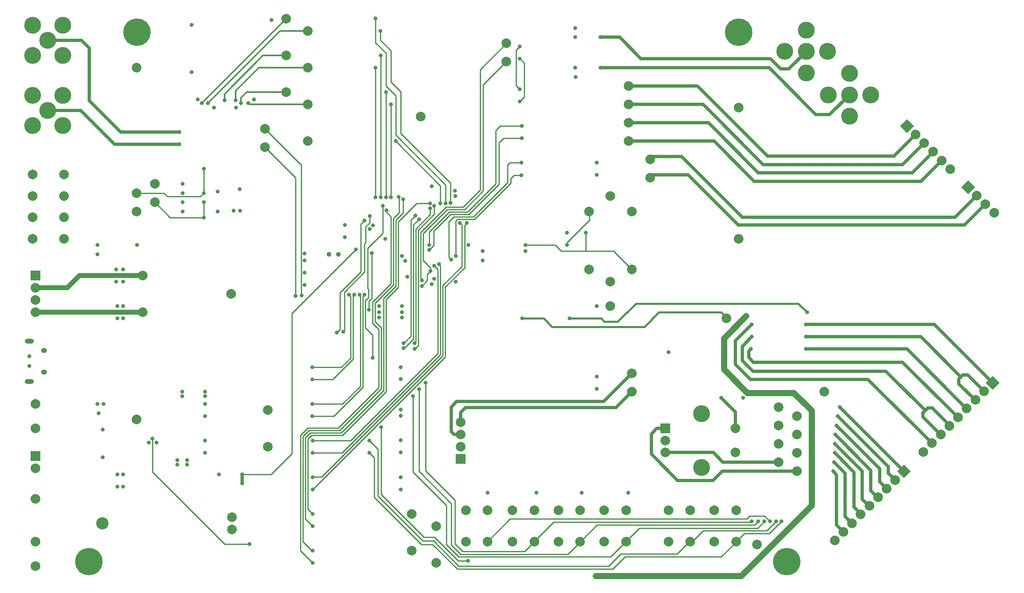
<source format=gbr>
%TF.GenerationSoftware,KiCad,Pcbnew,(5.1.10-1-10_14)*%
%TF.CreationDate,2021-06-11T06:32:06+09:00*%
%TF.ProjectId,demo32,64656d6f-3332-42e6-9b69-6361645f7063,rev?*%
%TF.SameCoordinates,Original*%
%TF.FileFunction,Copper,L4,Bot*%
%TF.FilePolarity,Positive*%
%FSLAX46Y46*%
G04 Gerber Fmt 4.6, Leading zero omitted, Abs format (unit mm)*
G04 Created by KiCad (PCBNEW (5.1.10-1-10_14)) date 2021-06-11 06:32:06*
%MOMM*%
%LPD*%
G01*
G04 APERTURE LIST*
%TA.AperFunction,ComponentPad*%
%ADD10C,2.000000*%
%TD*%
%TA.AperFunction,ComponentPad*%
%ADD11C,5.700000*%
%TD*%
%TA.AperFunction,ComponentPad*%
%ADD12R,2.000000X2.000000*%
%TD*%
%TA.AperFunction,ComponentPad*%
%ADD13O,1.250000X1.050000*%
%TD*%
%TA.AperFunction,ComponentPad*%
%ADD14O,1.900000X1.000000*%
%TD*%
%TA.AperFunction,ComponentPad*%
%ADD15C,1.000000*%
%TD*%
%TA.AperFunction,ComponentPad*%
%ADD16C,3.500000*%
%TD*%
%TA.AperFunction,ComponentPad*%
%ADD17C,0.100000*%
%TD*%
%TA.AperFunction,ComponentPad*%
%ADD18C,2.540000*%
%TD*%
%TA.AperFunction,ViaPad*%
%ADD19C,0.800000*%
%TD*%
%TA.AperFunction,Conductor*%
%ADD20C,0.635000*%
%TD*%
%TA.AperFunction,Conductor*%
%ADD21C,0.250000*%
%TD*%
%TA.AperFunction,Conductor*%
%ADD22C,1.270000*%
%TD*%
%TA.AperFunction,Conductor*%
%ADD23C,0.304800*%
%TD*%
%TA.AperFunction,Conductor*%
%ADD24C,1.016000*%
%TD*%
%TA.AperFunction,Conductor*%
%ADD25C,0.457200*%
%TD*%
G04 APERTURE END LIST*
D10*
%TO.P,TPGND8,1*%
%TO.N,GND*%
X74930000Y-32385000D03*
%TD*%
%TO.P,TPGND7,1*%
%TO.N,GND*%
X200025000Y-40640000D03*
%TD*%
%TO.P,TPGND6,1*%
%TO.N,GND*%
X94615000Y-79375000D03*
%TD*%
%TO.P,TPGND5,1*%
%TO.N,GND*%
X133985000Y-42545000D03*
%TD*%
%TO.P,TPGND4,1*%
%TO.N,GND*%
X200025000Y-67945000D03*
%TD*%
%TO.P,TPGND3,1*%
%TO.N,GND*%
X217805000Y-99695000D03*
%TD*%
%TO.P,TPGND2,1*%
%TO.N,GND*%
X203835000Y-131445000D03*
%TD*%
D11*
%TO.P,H4,1*%
%TO.N,GND*%
X65000000Y-135000000D03*
%TD*%
%TO.P,H3,1*%
%TO.N,GND*%
X210000000Y-135000000D03*
%TD*%
%TO.P,H2,1*%
%TO.N,GND*%
X200000000Y-25000000D03*
%TD*%
%TO.P,H1,1*%
%TO.N,GND*%
X75000000Y-25000000D03*
%TD*%
D12*
%TO.P,J108,1*%
%TO.N,/EXTVIN-*%
X53975000Y-75565000D03*
D10*
%TO.P,J108,2*%
%TO.N,/EXTVIN+*%
X53975000Y-78105000D03*
%TO.P,J108,3*%
X53975000Y-80645000D03*
%TO.P,J108,4*%
%TO.N,/EXTVIN-*%
X53975000Y-83185000D03*
%TD*%
%TO.P,J10,2*%
%TO.N,/VLIPO-*%
X53975000Y-115570000D03*
D12*
%TO.P,J10,1*%
%TO.N,/VLIPO+*%
X53975000Y-113030000D03*
%TD*%
D10*
%TO.P,SW1,2*%
%TO.N,Net-(C13-Pad2)*%
X53340000Y-67945000D03*
%TO.P,SW1,1*%
%TO.N,GND*%
X53340000Y-63445000D03*
%TO.P,SW1,2*%
%TO.N,Net-(C13-Pad2)*%
X59840000Y-67945000D03*
%TO.P,SW1,1*%
%TO.N,GND*%
X59840000Y-63445000D03*
%TD*%
%TO.P,SW103,2*%
%TO.N,Net-(R15-Pad1)*%
X53340000Y-59055000D03*
%TO.P,SW103,1*%
%TO.N,+3V3*%
X53340000Y-54555000D03*
%TO.P,SW103,2*%
%TO.N,Net-(R15-Pad1)*%
X59840000Y-59055000D03*
%TO.P,SW103,1*%
%TO.N,+3V3*%
X59840000Y-54555000D03*
%TD*%
D13*
%TO.P,J9,6*%
%TO.N,GND*%
X55705000Y-91120000D03*
X55705000Y-95570000D03*
D14*
X52705000Y-89170000D03*
X52705000Y-97520000D03*
%TD*%
D10*
%TO.P,SW113,2*%
%TO.N,Net-(R113-Pad2)*%
X147848000Y-130810000D03*
%TO.P,SW113,1*%
%TO.N,GND*%
X143348000Y-130810000D03*
%TO.P,SW113,2*%
%TO.N,Net-(R113-Pad2)*%
X147848000Y-124310000D03*
%TO.P,SW113,1*%
%TO.N,GND*%
X143348000Y-124310000D03*
%TD*%
%TO.P,SW112,2*%
%TO.N,Net-(R112-Pad2)*%
X176585000Y-130810000D03*
%TO.P,SW112,1*%
%TO.N,GND*%
X172085000Y-130810000D03*
%TO.P,SW112,2*%
%TO.N,Net-(R112-Pad2)*%
X176585000Y-124310000D03*
%TO.P,SW112,1*%
%TO.N,GND*%
X172085000Y-124310000D03*
%TD*%
%TO.P,SW111,2*%
%TO.N,Net-(R111-Pad2)*%
X167060000Y-130810000D03*
%TO.P,SW111,1*%
%TO.N,GND*%
X162560000Y-130810000D03*
%TO.P,SW111,2*%
%TO.N,Net-(R111-Pad2)*%
X167060000Y-124310000D03*
%TO.P,SW111,1*%
%TO.N,GND*%
X162560000Y-124310000D03*
%TD*%
%TO.P,SW110,2*%
%TO.N,Net-(R110-Pad2)*%
X157535000Y-130810000D03*
%TO.P,SW110,1*%
%TO.N,GND*%
X153035000Y-130810000D03*
%TO.P,SW110,2*%
%TO.N,Net-(R110-Pad2)*%
X157535000Y-124310000D03*
%TO.P,SW110,1*%
%TO.N,GND*%
X153035000Y-124310000D03*
%TD*%
D15*
%TO.P,Y2,1*%
%TO.N,Net-(C11-Pad1)*%
X116835000Y-71120000D03*
%TO.P,Y2,2*%
%TO.N,Net-(C12-Pad1)*%
X114935000Y-71120000D03*
%TD*%
D10*
%TO.P,TPVLIPO1,1*%
%TO.N,/VLIPO+*%
X53975000Y-107315000D03*
%TD*%
%TO.P,TPVIN5,1*%
%TO.N,V+*%
X74930000Y-105410000D03*
%TD*%
%TO.P,TPVEXT1,1*%
%TO.N,/EXTVIN+*%
X76200000Y-75565000D03*
%TD*%
%TO.P,TPVBUS5,1*%
%TO.N,VBUS*%
X53975000Y-102235000D03*
%TD*%
%TO.P,TPMV3,1*%
%TO.N,/MCU_3V3*%
X102235000Y-103505000D03*
%TD*%
%TO.P,TPMV0,1*%
%TO.N,GNDM*%
X102235000Y-111125000D03*
%TD*%
%TO.P,TPGND1,1*%
%TO.N,GND*%
X53975000Y-135890000D03*
%TD*%
%TO.P,TPGLIPO1,1*%
%TO.N,/VLIPO-*%
X53975000Y-121920000D03*
%TD*%
%TO.P,TPGEXT1,1*%
%TO.N,/EXTVIN-*%
X76200000Y-83185000D03*
%TD*%
%TO.P,TP3V3,1*%
%TO.N,+3V3*%
X53975000Y-130810000D03*
%TD*%
%TO.P,TP2A1,1*%
%TO.N,/COIL_DRIVE*%
X197485000Y-84455000D03*
%TD*%
%TO.P,TP62,1*%
%TO.N,/OLED_SDA1*%
X177800000Y-99695000D03*
%TD*%
%TO.P,TP61,1*%
%TO.N,/OLED_SCL1*%
X177800000Y-95885000D03*
%TD*%
%TO.P,TP59,1*%
%TO.N,/ACCEL_SDA*%
X74930000Y-62230000D03*
%TD*%
%TO.P,TP58,1*%
%TO.N,/ACCEL_SCL*%
X78740000Y-60325000D03*
%TD*%
%TO.P,TP57,1*%
%TO.N,/ACCEL_AVDD*%
X78740000Y-56515000D03*
%TD*%
%TO.P,TP56,1*%
%TO.N,/LED_BLUE*%
X137160000Y-135255000D03*
%TD*%
%TO.P,TP54,1*%
%TO.N,/SDIO_CMD*%
X110490000Y-32385000D03*
%TD*%
%TO.P,TP53,1*%
%TO.N,/SDIO_CLK*%
X106045000Y-29845000D03*
%TD*%
%TO.P,TP52,1*%
%TO.N,/SDIO_D3*%
X106045000Y-37465000D03*
%TD*%
%TO.P,TP51,1*%
%TO.N,/SDIO_D2*%
X110490000Y-40005000D03*
%TD*%
%TO.P,TP50,1*%
%TO.N,/LED_YELLOW*%
X132080000Y-132715000D03*
%TD*%
%TO.P,TP49,1*%
%TO.N,/LED_GREEN*%
X137160000Y-127635000D03*
%TD*%
%TO.P,TP46,1*%
%TO.N,/LED_RED*%
X132080000Y-125095000D03*
%TD*%
%TO.P,TP41,1*%
%TO.N,/SDIO_SW*%
X110490000Y-47625000D03*
%TD*%
%TO.P,TP40,1*%
%TO.N,/SDIO_D1*%
X106045000Y-22225000D03*
%TD*%
%TO.P,TP39,1*%
%TO.N,/SDIO_D0*%
X110490000Y-24765000D03*
%TD*%
%TO.P,TP38,1*%
%TO.N,Net-(R117-Pad2)*%
X212090000Y-116205000D03*
%TD*%
%TO.P,TP37,1*%
%TO.N,Net-(R116-Pad2)*%
X208280000Y-114300000D03*
%TD*%
%TO.P,TP36,1*%
%TO.N,/MRAM_SI*%
X173355000Y-76835000D03*
%TD*%
%TO.P,TP35,1*%
%TO.N,/MRAM_SO*%
X168910000Y-74295000D03*
%TD*%
%TO.P,TP34,1*%
%TO.N,/MRAM_CLK*%
X168910000Y-62230000D03*
%TD*%
%TO.P,TP33,1*%
%TO.N,/MRAM_~CS*%
X173355000Y-59055000D03*
%TD*%
%TO.P,TP30,1*%
%TO.N,/SERIAL_RX3_SDA2*%
X181610000Y-55245000D03*
%TD*%
%TO.P,TP29,1*%
%TO.N,/SERIAL_TX3_SCL2*%
X181610000Y-51435000D03*
%TD*%
%TO.P,TP28,1*%
%TO.N,/ACCEL_INT*%
X74930000Y-58420000D03*
%TD*%
%TO.P,TP27,1*%
%TO.N,/MRAM_~HOLD*%
X177800000Y-62230000D03*
%TD*%
%TO.P,TP26,1*%
%TO.N,/MRAM_~WP*%
X177800000Y-74295000D03*
%TD*%
%TO.P,TP25,1*%
%TO.N,Net-(R115-Pad2)*%
X212090000Y-112395000D03*
%TD*%
%TO.P,TP24,1*%
%TO.N,Net-(R114-Pad2)*%
X208280000Y-110490000D03*
%TD*%
%TO.P,TP23,1*%
%TO.N,/SPI1_MOSI*%
X177165000Y-47625000D03*
%TD*%
%TO.P,TP22,1*%
%TO.N,/SPI1_MISO*%
X177165000Y-43815000D03*
%TD*%
%TO.P,TP21,1*%
%TO.N,/SPI1_SCK*%
X177165000Y-40005000D03*
%TD*%
%TO.P,TP20,1*%
%TO.N,/SPI1_~SS*%
X177165000Y-36195000D03*
%TD*%
%TO.P,TP17,1*%
%TO.N,/MSPI1_SCK_DAC2*%
X151765000Y-31115000D03*
%TD*%
%TO.P,TP16,1*%
%TO.N,/MSPI1_~SS~_DAC1*%
X151765000Y-27305000D03*
%TD*%
%TO.P,TP15,1*%
%TO.N,/MADC1*%
X101600000Y-48895000D03*
%TD*%
%TO.P,TP14,1*%
%TO.N,/MADC0*%
X101600000Y-45085000D03*
%TD*%
%TO.P,TP11,1*%
%TO.N,Net-(R113-Pad2)*%
X212090000Y-108585000D03*
%TD*%
%TO.P,TP10,1*%
%TO.N,Net-(R112-Pad2)*%
X208280000Y-106680000D03*
%TD*%
%TO.P,TP9,1*%
%TO.N,Net-(R111-Pad2)*%
X212090000Y-104775000D03*
%TD*%
%TO.P,TP8,1*%
%TO.N,Net-(R110-Pad2)*%
X208280000Y-102870000D03*
%TD*%
%TO.P,TP2,1*%
%TO.N,/RELAY*%
X173355000Y-81915000D03*
%TD*%
%TO.P,SW102,S2*%
%TO.N,GND*%
X199285000Y-112315000D03*
%TO.P,SW102,S1*%
%TO.N,Net-(R17-Pad2)*%
X199285000Y-107315000D03*
D16*
%TO.P,SW102,MP*%
%TO.N,N/C*%
X192285000Y-115415000D03*
X192285000Y-104215000D03*
D10*
%TO.P,SW102,B*%
%TO.N,Net-(R116-Pad2)*%
X184785000Y-112315000D03*
%TO.P,SW102,C*%
%TO.N,GND*%
X184785000Y-109815000D03*
D12*
%TO.P,SW102,A*%
%TO.N,Net-(R117-Pad2)*%
X184785000Y-107315000D03*
%TD*%
D10*
%TO.P,SW4,2*%
%TO.N,Net-(R115-Pad2)*%
X199445000Y-130810000D03*
%TO.P,SW4,1*%
%TO.N,GND*%
X194945000Y-130810000D03*
%TO.P,SW4,2*%
%TO.N,Net-(R115-Pad2)*%
X199445000Y-124310000D03*
%TO.P,SW4,1*%
%TO.N,GND*%
X194945000Y-124310000D03*
%TD*%
%TO.P,SW3,2*%
%TO.N,Net-(R114-Pad2)*%
X189920000Y-130810000D03*
%TO.P,SW3,1*%
%TO.N,GND*%
X185420000Y-130810000D03*
%TO.P,SW3,2*%
%TO.N,Net-(R114-Pad2)*%
X189920000Y-124310000D03*
%TO.P,SW3,1*%
%TO.N,GND*%
X185420000Y-124310000D03*
%TD*%
%TO.P,J109,6*%
%TO.N,GND*%
X243930256Y-53430256D03*
%TO.P,J109,5*%
%TO.N,/SPI1_MOSI*%
X242134205Y-51634205D03*
%TO.P,J109,4*%
%TO.N,/SPI1_MISO*%
X240338154Y-49838154D03*
%TO.P,J109,3*%
%TO.N,/SPI1_SCK*%
X238542102Y-48042102D03*
%TO.P,J109,2*%
%TO.N,/SPI1_~SS*%
X236746051Y-46246051D03*
%TA.AperFunction,ComponentPad*%
D17*
%TO.P,J109,1*%
%TO.N,+3V3*%
G36*
X233535786Y-44450000D02*
G01*
X234950000Y-43035786D01*
X236364214Y-44450000D01*
X234950000Y-45864214D01*
X233535786Y-44450000D01*
G37*
%TD.AperFunction*%
%TD*%
%TA.AperFunction,ComponentPad*%
%TO.P,J107,1*%
%TO.N,/KA.NC*%
G36*
X252730000Y-96375786D02*
G01*
X254144214Y-97790000D01*
X252730000Y-99204214D01*
X251315786Y-97790000D01*
X252730000Y-96375786D01*
G37*
%TD.AperFunction*%
D10*
%TO.P,J107,2*%
%TO.N,/KA.COM*%
X250933949Y-99586051D03*
%TO.P,J107,3*%
X249137898Y-101382102D03*
%TO.P,J107,4*%
%TO.N,/KA.NO*%
X247341846Y-103178154D03*
%TO.P,J107,5*%
%TO.N,/KB.NO*%
X245545795Y-104974205D03*
%TO.P,J107,6*%
%TO.N,/KB.COM*%
X243749744Y-106770256D03*
%TO.P,J107,7*%
X241953693Y-108566307D03*
%TO.P,J107,8*%
%TO.N,/KB.NC*%
X240157641Y-110362359D03*
%TO.P,J107,9*%
%TO.N,GND*%
X238361590Y-112158410D03*
%TD*%
%TA.AperFunction,ComponentPad*%
D17*
%TO.P,J106,1*%
%TO.N,/EXP0*%
G36*
X234315000Y-114790786D02*
G01*
X235729214Y-116205000D01*
X234315000Y-117619214D01*
X232900786Y-116205000D01*
X234315000Y-114790786D01*
G37*
%TD.AperFunction*%
D10*
%TO.P,J106,2*%
%TO.N,/EXP1*%
X232518949Y-118001051D03*
%TO.P,J106,3*%
%TO.N,/EXP2*%
X230722898Y-119797102D03*
%TO.P,J106,4*%
%TO.N,/EXP3*%
X228926846Y-121593154D03*
%TO.P,J106,5*%
%TO.N,/EXP4*%
X227130795Y-123389205D03*
%TO.P,J106,6*%
%TO.N,/EXP5*%
X225334744Y-125185256D03*
%TO.P,J106,7*%
%TO.N,/EXP6*%
X223538693Y-126981307D03*
%TO.P,J106,8*%
%TO.N,/EXP7*%
X221742641Y-128777359D03*
%TO.P,J106,9*%
%TO.N,GND*%
X219946590Y-130573410D03*
%TD*%
%TA.AperFunction,ComponentPad*%
D17*
%TO.P,J105,1*%
%TO.N,+3V3*%
G36*
X246235786Y-57150000D02*
G01*
X247650000Y-55735786D01*
X249064214Y-57150000D01*
X247650000Y-58564214D01*
X246235786Y-57150000D01*
G37*
%TD.AperFunction*%
D10*
%TO.P,J105,2*%
%TO.N,/SERIAL_TX3_SCL2*%
X249446051Y-58946051D03*
%TO.P,J105,3*%
%TO.N,/SERIAL_RX3_SDA2*%
X251242102Y-60742102D03*
%TO.P,J105,4*%
%TO.N,GND*%
X253038154Y-62538154D03*
%TD*%
D16*
%TO.P,J104,2*%
%TO.N,GND*%
X218573512Y-38000000D03*
%TO.P,J104,1*%
%TO.N,/OUT_DAC2_PWM2.4*%
X223000000Y-38000000D03*
%TO.P,J104,2*%
%TO.N,GND*%
X223000000Y-33573512D03*
X223000000Y-42426488D03*
X227426488Y-38000000D03*
%TD*%
%TO.P,J103,2*%
%TO.N,GND*%
X209573512Y-29000000D03*
%TO.P,J103,1*%
%TO.N,/OUT_DAC1_PWM2.3*%
X214000000Y-29000000D03*
%TO.P,J103,2*%
%TO.N,GND*%
X214000000Y-24573512D03*
X214000000Y-33426488D03*
X218426488Y-29000000D03*
%TD*%
%TO.P,J102,2*%
%TO.N,GND*%
X53385000Y-38145000D03*
%TO.P,J102,1*%
%TO.N,/IN_ADC1*%
X56515000Y-41275000D03*
%TO.P,J102,2*%
%TO.N,GND*%
X59645000Y-38145000D03*
X53385000Y-44405000D03*
X59645000Y-44405000D03*
%TD*%
%TO.P,J101,2*%
%TO.N,GND*%
X53385000Y-23540000D03*
%TO.P,J101,1*%
%TO.N,/IN_ADC0*%
X56515000Y-26670000D03*
%TO.P,J101,2*%
%TO.N,GND*%
X59645000Y-23540000D03*
X53385000Y-29800000D03*
X59645000Y-29800000D03*
%TD*%
D10*
%TO.P,BT101,3*%
%TO.N,Net-(BT101-Pad2)*%
X94730000Y-125730000D03*
D18*
%TO.P,BT101,1*%
%TO.N,GND*%
X67830000Y-127000000D03*
D10*
%TO.P,BT101,2*%
%TO.N,Net-(BT101-Pad2)*%
X94730000Y-128270000D03*
%TD*%
D12*
%TO.P,A101,1*%
%TO.N,GND*%
X142240000Y-113665000D03*
D10*
%TO.P,A101,2*%
%TO.N,+3V3*%
X142240000Y-111125000D03*
%TO.P,A101,3*%
%TO.N,/OLED_SCL1*%
X142240000Y-108585000D03*
%TO.P,A101,4*%
%TO.N,/OLED_SDA1*%
X142240000Y-106045000D03*
%TD*%
D19*
%TO.N,GND*%
X70993000Y-81915000D03*
X70993000Y-84455000D03*
X72136000Y-84455000D03*
X72136000Y-81915000D03*
X70993000Y-116840000D03*
X72136000Y-116840000D03*
X70993000Y-119380000D03*
X72136000Y-119380000D03*
X66802000Y-102235000D03*
X68072000Y-102235000D03*
X77469994Y-110235994D03*
X85471000Y-114808000D03*
X83439000Y-114807964D03*
X83439000Y-113919000D03*
X85471000Y-113919000D03*
X84455000Y-100584000D03*
X84455000Y-99695000D03*
X92075000Y-116840000D03*
X84518500Y-58420000D03*
X84518500Y-56515000D03*
X75057000Y-69215000D03*
X66802000Y-69215000D03*
X79120998Y-110236000D03*
X177038000Y-120650000D03*
X167386000Y-120650000D03*
X157988000Y-120650000D03*
X147828000Y-120650000D03*
X170497500Y-81915000D03*
X185420000Y-91440000D03*
X102997000Y-22479000D03*
X86385000Y-23470000D03*
X86364000Y-33270000D03*
X99290000Y-38965000D03*
X91059000Y-40640000D03*
X87630000Y-38989000D03*
X166052500Y-24130000D03*
X166052500Y-26035000D03*
X166052500Y-32385000D03*
X166116000Y-34290000D03*
X91821000Y-62230000D03*
X96393000Y-57594500D03*
X96456500Y-62039500D03*
X52705000Y-92329000D03*
X52705000Y-94361000D03*
X91821000Y-58102500D03*
X89154000Y-109855000D03*
X89154000Y-112395000D03*
X155702000Y-70485000D03*
%TO.N,+3V3*%
X89154000Y-100584000D03*
X89154000Y-99695000D03*
X89154000Y-102235000D03*
X89154000Y-104775000D03*
X84518500Y-62230000D03*
X84518500Y-60325000D03*
X66802000Y-71120000D03*
X129794000Y-120015000D03*
X129794000Y-117475000D03*
X129794000Y-112268000D03*
X129794000Y-109728000D03*
X129794000Y-104648000D03*
X129794000Y-103378000D03*
X129794000Y-97028000D03*
X129794000Y-94615000D03*
X200914000Y-100965000D03*
X170561000Y-99060000D03*
X170561000Y-96520000D03*
X164338000Y-66675000D03*
X95631000Y-40640000D03*
X170497500Y-52070000D03*
X170497500Y-54610000D03*
X95115000Y-62031500D03*
%TO.N,/MCU_3V3*%
X136271000Y-57023000D03*
X130048000Y-81915000D03*
X123380500Y-65913000D03*
X136779000Y-76200000D03*
X143891000Y-69215000D03*
%TO.N,VBAT*%
X96837500Y-116840000D03*
X96837500Y-118745000D03*
X120459500Y-70104000D03*
%TO.N,+3V3A*%
X125285500Y-84264500D03*
X125285500Y-83121500D03*
X125285500Y-81915000D03*
X130746500Y-72453500D03*
%TO.N,V+*%
X70739000Y-76835000D03*
X72136000Y-76835000D03*
X70738998Y-74295000D03*
X72136000Y-74295000D03*
X201549000Y-83947000D03*
X170307000Y-137922000D03*
X172085000Y-137922000D03*
X173863000Y-137922000D03*
%TO.N,/OUT_DAC2_PWM2.4*%
X171259500Y-32385000D03*
%TO.N,/BLUE_OTGEN*%
X78229500Y-109407394D03*
X98425000Y-131318000D03*
%TO.N,/SDIO_D2*%
X98171000Y-39751000D03*
%TO.N,/SDIO_D3*%
X96647000Y-39751000D03*
%TO.N,/SDIO_CMD*%
X95504000Y-39116000D03*
%TO.N,/SDIO_CLK*%
X93218000Y-39116000D03*
%TO.N,/SDIO_D0*%
X89789000Y-39751000D03*
%TO.N,/SDIO_D1*%
X88519000Y-39751000D03*
%TO.N,/IN_ADC0*%
X83820000Y-45720000D03*
%TO.N,/IN_ADC1*%
X83820000Y-48260000D03*
%TO.N,/OUT_DAC1_PWM2.3*%
X171259500Y-26035000D03*
%TO.N,/EXP0*%
X220980000Y-102870000D03*
%TO.N,/EXP1*%
X220599000Y-104775000D03*
%TO.N,/EXP2*%
X220281500Y-106680000D03*
%TO.N,/EXP3*%
X220027500Y-108585000D03*
%TO.N,/EXP4*%
X219964000Y-110490000D03*
%TO.N,/EXP5*%
X219964000Y-112395000D03*
%TO.N,/EXP6*%
X219773500Y-114300000D03*
%TO.N,/EXP7*%
X219646500Y-116205000D03*
%TO.N,/COIL*%
X214185500Y-83185000D03*
X164846000Y-84455000D03*
%TO.N,VLIPO*%
X67056000Y-104140000D03*
X67945000Y-107569000D03*
X67945000Y-113284000D03*
%TO.N,Net-(R17-Pad2)*%
X196342000Y-100965000D03*
X126111000Y-61087000D03*
X123952000Y-92646500D03*
%TO.N,Net-(R110-Pad2)*%
X135001000Y-97790000D03*
X202692000Y-126619000D03*
%TO.N,Net-(R111-Pad2)*%
X133604000Y-99187000D03*
X204089000Y-126619000D03*
%TO.N,Net-(R112-Pad2)*%
X132334000Y-100584000D03*
X205359000Y-126619000D03*
%TO.N,Net-(R113-Pad2)*%
X125730000Y-107061000D03*
X206502000Y-126619000D03*
X143764000Y-134810500D03*
%TO.N,Net-(R114-Pad2)*%
X207772000Y-126619000D03*
X123317000Y-109855000D03*
%TO.N,Net-(R115-Pad2)*%
X123317000Y-112395000D03*
X208915000Y-126619000D03*
%TO.N,/MADC0*%
X109212439Y-79652214D03*
%TO.N,/MADC1*%
X107950000Y-79756000D03*
%TO.N,/MSPI1_~SS~_DAC1*%
X134175500Y-76581000D03*
X154559000Y-27940000D03*
X154559000Y-36830000D03*
%TO.N,/MSPI1_SCK_DAC2*%
X134175500Y-77724000D03*
X135953500Y-74612500D03*
X154559000Y-30480000D03*
X154559000Y-39370000D03*
%TO.N,/MRAM_~WP*%
X168211500Y-66675000D03*
X155702000Y-69215000D03*
%TO.N,/MRAM_CLK*%
X164338000Y-69215000D03*
%TO.N,/COIL_DRIVE*%
X155067000Y-84455000D03*
%TO.N,/MRELAY*%
X123825000Y-70866000D03*
X123190000Y-82613500D03*
%TO.N,/MEXP0*%
X111442500Y-94615000D03*
X119062500Y-79502000D03*
%TO.N,/MEXP1*%
X111442500Y-97155000D03*
X120142000Y-79502000D03*
%TO.N,/MEXP2*%
X111442500Y-102235000D03*
X121221500Y-79502000D03*
%TO.N,/MEXP3*%
X122301000Y-79502000D03*
X111442500Y-104775000D03*
%TO.N,/MSPI1_MISO*%
X135699500Y-69151500D03*
X154940000Y-44450000D03*
%TO.N,/MSPI1_MOSI*%
X135699500Y-70231000D03*
X154940000Y-46990000D03*
%TO.N,/MEXP4*%
X136779000Y-73533000D03*
X111506000Y-109855000D03*
%TO.N,/MEXP5*%
X111506000Y-112395000D03*
X137731500Y-73152000D03*
%TO.N,/MSERIAL_TX3_SCL2*%
X140271500Y-72263000D03*
X154876500Y-52070000D03*
%TO.N,/MSERIAL_RX3_SDA2*%
X141224000Y-71437500D03*
X154876500Y-54673500D03*
%TO.N,/MEXP6*%
X111506000Y-117475000D03*
X142113000Y-64643000D03*
%TO.N,/MEXP7*%
X111506000Y-120015000D03*
X143510000Y-64643000D03*
%TO.N,/MSDIO_D0*%
X125603000Y-24765000D03*
X140144500Y-60452000D03*
%TO.N,/MSDIO_D1*%
X124587000Y-22098000D03*
X139128500Y-60515500D03*
%TO.N,/MSDIO_SW*%
X128778000Y-47625000D03*
X138049000Y-60515500D03*
%TO.N,/MUSB_VBUS*%
X136779000Y-61087000D03*
X132651500Y-90741500D03*
%TO.N,/MUSB_ID*%
X135890000Y-61595000D03*
X132651500Y-89598500D03*
%TO.N,/MUSB_DM*%
X133567010Y-63822811D03*
X130429000Y-90614500D03*
%TO.N,/MUSB_DP*%
X132836808Y-63112769D03*
X130429000Y-89598500D03*
%TO.N,/MLED_RED*%
X111506000Y-125095000D03*
X135890000Y-60579000D03*
%TO.N,/MLED_GREEN*%
X111506000Y-127635000D03*
X130302000Y-59690000D03*
%TO.N,/MLED_YELLOW*%
X111506000Y-132715000D03*
X129413000Y-59182000D03*
%TO.N,/MSDIO_D2*%
X127762000Y-59245500D03*
X127762000Y-40005000D03*
%TO.N,/MSDIO_D3*%
X126746000Y-59309000D03*
X126746000Y-37465000D03*
%TO.N,/MSDIO_CLK*%
X125666500Y-59309000D03*
X125666500Y-29845000D03*
%TO.N,/MSDIO_CMD*%
X124587000Y-59309000D03*
X124587000Y-32385000D03*
%TO.N,/MLED_BLUE*%
X111506000Y-135255000D03*
X126809500Y-61976000D03*
%TO.N,/MOLED_SCL1*%
X117856000Y-87249000D03*
X123380500Y-63182500D03*
%TO.N,/MOLED_SDA1*%
X116522500Y-87376000D03*
X122237500Y-64135000D03*
%TO.N,GNDM*%
X118237000Y-67564010D03*
X118237000Y-65024000D03*
X109855000Y-72390000D03*
X109855000Y-74930000D03*
X109855000Y-77470000D03*
X130048006Y-83121500D03*
X130048000Y-84261956D03*
X124079000Y-65151000D03*
X130048000Y-71437500D03*
X141160500Y-59055000D03*
X131127500Y-75755500D03*
X141097000Y-57912000D03*
X109855000Y-70993000D03*
X141224000Y-76835000D03*
X146812000Y-70485000D03*
X146812000Y-72390000D03*
X136271000Y-77343000D03*
X126619000Y-67945000D03*
%TO.N,/ACCEL_SCL*%
X88900000Y-60325000D03*
X88900000Y-63499998D03*
%TO.N,/ACCEL_INT*%
X88900000Y-58420000D03*
X88900000Y-53340000D03*
%TO.N,/KA.NO*%
X213931500Y-90805000D03*
%TO.N,/KA.COM*%
X213995000Y-88265000D03*
%TO.N,/KA.NC*%
X213995000Y-85725000D03*
%TO.N,/KB.NO*%
X202565000Y-90805000D03*
%TO.N,/KB.COM*%
X202692000Y-88265000D03*
%TO.N,/KB.NC*%
X202692000Y-85725000D03*
%TD*%
D20*
%TO.N,/OLED_SCL1*%
X177800000Y-95948500D02*
X177800000Y-95885000D01*
X140271500Y-102870000D02*
X141414500Y-101727000D01*
X142240000Y-108585000D02*
X140906500Y-108585000D01*
X140271500Y-107950000D02*
X140271500Y-102870000D01*
X141414500Y-101727000D02*
X170053000Y-101727000D01*
X140906500Y-108585000D02*
X140271500Y-107950000D01*
X170053000Y-101727000D02*
X171323000Y-101727000D01*
X171958000Y-101727000D02*
X177800000Y-95885000D01*
X171323000Y-101727000D02*
X171958000Y-101727000D01*
%TO.N,VBAT*%
X96837500Y-118745000D02*
X96837500Y-116840000D01*
D21*
X102870000Y-116840000D02*
X96837500Y-116840000D01*
X107188000Y-112522000D02*
X102870000Y-116840000D01*
X107188000Y-83375500D02*
X107188000Y-112522000D01*
X120459500Y-70104000D02*
X107188000Y-83375500D01*
D22*
%TO.N,V+*%
X171323000Y-137922000D02*
X170307000Y-137922000D01*
X172085000Y-137922000D02*
X171323000Y-137922000D01*
X173863000Y-137922000D02*
X172085000Y-137922000D01*
X196913500Y-88582500D02*
X201549000Y-83947000D01*
X201803000Y-99885500D02*
X196913500Y-94996000D01*
X211455000Y-99885500D02*
X201803000Y-99885500D01*
X215138000Y-103568500D02*
X211455000Y-99885500D01*
X215138000Y-123317000D02*
X215138000Y-103568500D01*
X196913500Y-94996000D02*
X196913500Y-88582500D01*
X200533000Y-137922000D02*
X215138000Y-123317000D01*
X173863000Y-137922000D02*
X200533000Y-137922000D01*
D20*
%TO.N,/OUT_DAC2_PWM2.4*%
X206311500Y-32385000D02*
X175260000Y-32385000D01*
X216027000Y-42100500D02*
X206311500Y-32385000D01*
X175260000Y-32385000D02*
X171259500Y-32385000D01*
X218884500Y-42100500D02*
X216027000Y-42100500D01*
X222985000Y-38000000D02*
X218884500Y-42100500D01*
D21*
%TO.N,/BLUE_OTGEN*%
X98425000Y-131318000D02*
X93218000Y-131318000D01*
X78229500Y-116329500D02*
X78229500Y-109407394D01*
X93218000Y-131318000D02*
X78229500Y-116329500D01*
D23*
%TO.N,/SDIO_D2*%
X98425000Y-40005000D02*
X110490000Y-40005000D01*
X98171000Y-39751000D02*
X98425000Y-40005000D01*
%TO.N,/SDIO_D3*%
X97790000Y-37465000D02*
X106045000Y-37465000D01*
X96647000Y-38608000D02*
X97790000Y-37465000D01*
X96647000Y-39751000D02*
X96647000Y-38608000D01*
%TO.N,/SDIO_CMD*%
X95504000Y-39116000D02*
X95504000Y-37211000D01*
X95504000Y-37211000D02*
X100330000Y-32385000D01*
X100330000Y-32385000D02*
X110490000Y-32385000D01*
%TO.N,/SDIO_CLK*%
X93218000Y-39116000D02*
X93218000Y-37846000D01*
X93218000Y-37846000D02*
X101219000Y-29845000D01*
X101219000Y-29845000D02*
X106045000Y-29845000D01*
%TO.N,/SDIO_D0*%
X89789000Y-39751000D02*
X104775000Y-24765000D01*
X104775000Y-24765000D02*
X110490000Y-24765000D01*
%TO.N,/SDIO_D1*%
X88519000Y-39751000D02*
X106045000Y-22225000D01*
D20*
%TO.N,/IN_ADC0*%
X71628000Y-45720000D02*
X83820000Y-45720000D01*
X65151000Y-39243000D02*
X71628000Y-45720000D01*
X65151000Y-28321000D02*
X65151000Y-39243000D01*
X63500000Y-26670000D02*
X65151000Y-28321000D01*
X56515000Y-26670000D02*
X63500000Y-26670000D01*
%TO.N,/IN_ADC1*%
X70358000Y-48260000D02*
X83820000Y-48260000D01*
X63373000Y-41275000D02*
X70358000Y-48260000D01*
X56515000Y-41275000D02*
X63373000Y-41275000D01*
%TO.N,/OUT_DAC1_PWM2.3*%
X175260000Y-26035000D02*
X171259500Y-26035000D01*
X206565500Y-30480000D02*
X179705000Y-30480000D01*
X208724500Y-32639000D02*
X206565500Y-30480000D01*
X214000000Y-29078000D02*
X210439000Y-32639000D01*
X210439000Y-32639000D02*
X208724500Y-32639000D01*
X179705000Y-30480000D02*
X175260000Y-26035000D01*
%TO.N,/SERIAL_TX3_SCL2*%
X188150500Y-50800000D02*
X181546500Y-50800000D01*
X200787000Y-63436500D02*
X188150500Y-50800000D01*
X244983000Y-63436500D02*
X200787000Y-63436500D01*
X249446051Y-58973449D02*
X244983000Y-63436500D01*
X249446051Y-58946051D02*
X249446051Y-58973449D01*
%TO.N,/SERIAL_RX3_SDA2*%
X189515750Y-54610000D02*
X181610000Y-54610000D01*
X199929750Y-65024000D02*
X189515750Y-54610000D01*
X246888000Y-65024000D02*
X199929750Y-65024000D01*
X251169898Y-60742102D02*
X246888000Y-65024000D01*
X251242102Y-60742102D02*
X251169898Y-60742102D01*
%TO.N,/EXP0*%
X232854500Y-114744500D02*
X234315000Y-116205000D01*
X220980000Y-102870000D02*
X232854500Y-114744500D01*
%TO.N,/EXP1*%
X231076500Y-115252500D02*
X231076500Y-116586000D01*
X231076500Y-116586000D02*
X232473500Y-117983000D01*
X220599000Y-104775000D02*
X231076500Y-115252500D01*
X232473500Y-117983000D02*
X232537000Y-117983000D01*
%TO.N,/EXP2*%
X229298500Y-118364000D02*
X230759000Y-119824500D01*
X229298500Y-115697000D02*
X229298500Y-118364000D01*
X220281500Y-106680000D02*
X229298500Y-115697000D01*
%TO.N,/EXP3*%
X227457000Y-120205500D02*
X228917500Y-121666000D01*
X227457000Y-116014500D02*
X227457000Y-120205500D01*
X220027500Y-108585000D02*
X227457000Y-116014500D01*
%TO.N,/EXP4*%
X225679000Y-121983500D02*
X227139500Y-123444000D01*
X225679000Y-116205000D02*
X225679000Y-121983500D01*
X219964000Y-110490000D02*
X225679000Y-116205000D01*
%TO.N,/EXP5*%
X223964500Y-123634500D02*
X225361500Y-125031500D01*
X223964500Y-116395500D02*
X223964500Y-123634500D01*
X225361500Y-125031500D02*
X225361500Y-125222000D01*
X219964000Y-112395000D02*
X223964500Y-116395500D01*
%TO.N,/EXP6*%
X222059500Y-116586000D02*
X222059500Y-125603000D01*
X222059500Y-125603000D02*
X223520000Y-127063500D01*
X219773500Y-114300000D02*
X222059500Y-116586000D01*
%TO.N,/EXP7*%
X220345000Y-127381000D02*
X221742000Y-128778000D01*
X220345000Y-116903500D02*
X220345000Y-127381000D01*
X219646500Y-116205000D02*
X220345000Y-116903500D01*
D24*
%TO.N,/EXTVIN-*%
X76200000Y-83185000D02*
X53975000Y-83185000D01*
%TO.N,/EXTVIN+*%
X53975000Y-78105000D02*
X60579000Y-78105000D01*
X60579000Y-78105000D02*
X63119000Y-75565000D01*
X63119000Y-75565000D02*
X76200000Y-75565000D01*
D20*
%TO.N,/SPI1_MOSI*%
X203200000Y-55943500D02*
X194881500Y-47625000D01*
X237871000Y-55943500D02*
X203200000Y-55943500D01*
X242134205Y-51680295D02*
X237871000Y-55943500D01*
X194881500Y-47625000D02*
X177165000Y-47625000D01*
X242134205Y-51634205D02*
X242134205Y-51680295D01*
%TO.N,/SPI1_MISO*%
X204089000Y-54165500D02*
X193738500Y-43815000D01*
X236029500Y-54165500D02*
X204089000Y-54165500D01*
X193738500Y-43815000D02*
X177165000Y-43815000D01*
X240338154Y-49856846D02*
X236029500Y-54165500D01*
X240338154Y-49838154D02*
X240338154Y-49856846D01*
%TO.N,/SPI1_SCK*%
X192595500Y-40005000D02*
X177101500Y-40005000D01*
X234061000Y-52514500D02*
X205105000Y-52514500D01*
X205105000Y-52514500D02*
X192595500Y-40005000D01*
X238533398Y-48042102D02*
X234061000Y-52514500D01*
X238542102Y-48042102D02*
X238533398Y-48042102D01*
%TO.N,/SPI1_~SS*%
X191452500Y-36195000D02*
X177228500Y-36195000D01*
X205994000Y-50736500D02*
X191452500Y-36195000D01*
X232283000Y-50736500D02*
X205994000Y-50736500D01*
X236746051Y-46273449D02*
X232283000Y-50736500D01*
X236746051Y-46246051D02*
X236746051Y-46273449D01*
D25*
%TO.N,/COIL*%
X178625500Y-81343500D02*
X212344000Y-81343500D01*
X164846000Y-84455000D02*
X171450000Y-84455000D01*
X172085000Y-85090000D02*
X174879000Y-85090000D01*
X171450000Y-84455000D02*
X172085000Y-85090000D01*
X212344000Y-81343500D02*
X214185500Y-83185000D01*
X174879000Y-85090000D02*
X178625500Y-81343500D01*
D20*
%TO.N,Net-(R17-Pad2)*%
X199285000Y-107315000D02*
X199285000Y-103908000D01*
X199285000Y-103908000D02*
X196342000Y-100965000D01*
D21*
X126047500Y-66738500D02*
X126047500Y-61150500D01*
X122936000Y-69850000D02*
X126047500Y-66738500D01*
X122936000Y-78232000D02*
X122936000Y-69850000D01*
X123126500Y-78422500D02*
X122936000Y-78232000D01*
X126047500Y-61150500D02*
X126111000Y-61087000D01*
X123952000Y-92646500D02*
X123952000Y-87884000D01*
X122428000Y-80772000D02*
X123126500Y-80073500D01*
X122428000Y-86360000D02*
X122428000Y-80772000D01*
X123952000Y-87884000D02*
X122428000Y-86360000D01*
X123126500Y-80073500D02*
X123126500Y-78422500D01*
%TO.N,Net-(R110-Pad2)*%
X157535000Y-130755000D02*
X157535000Y-130810000D01*
X161544000Y-126746000D02*
X157535000Y-130755000D01*
X202565000Y-126746000D02*
X161544000Y-126746000D01*
X202692000Y-126619000D02*
X202565000Y-126746000D01*
X141097000Y-122174000D02*
X135001000Y-116078000D01*
X141097000Y-131254500D02*
X141097000Y-122174000D01*
X135001000Y-116078000D02*
X135001000Y-97790000D01*
X155575000Y-132842000D02*
X142684500Y-132842000D01*
X142684500Y-132842000D02*
X141097000Y-131254500D01*
X157607000Y-130810000D02*
X155575000Y-132842000D01*
%TO.N,Net-(R111-Pad2)*%
X170561000Y-127381000D02*
X167132000Y-130810000D01*
X167132000Y-130810000D02*
X167060000Y-130810000D01*
X203327000Y-127381000D02*
X170561000Y-127381000D01*
X204089000Y-126619000D02*
X203327000Y-127381000D01*
X164528500Y-133413500D02*
X167060000Y-130882000D01*
X142240000Y-133413500D02*
X164528500Y-133413500D01*
X140335000Y-131508500D02*
X142240000Y-133413500D01*
X140335000Y-122936000D02*
X140335000Y-131508500D01*
X133604000Y-116205000D02*
X140335000Y-122936000D01*
X133604000Y-99187000D02*
X133604000Y-116205000D01*
%TO.N,Net-(R112-Pad2)*%
X176585000Y-130755000D02*
X176585000Y-130810000D01*
X179324000Y-128016000D02*
X176585000Y-130755000D01*
X203962000Y-128016000D02*
X179324000Y-128016000D01*
X205359000Y-126619000D02*
X203962000Y-128016000D01*
X173418500Y-133921500D02*
X176530000Y-130810000D01*
X132334000Y-100584000D02*
X132334000Y-116332000D01*
X139319000Y-131445000D02*
X141795500Y-133921500D01*
X141795500Y-133921500D02*
X173418500Y-133921500D01*
X139319000Y-123317000D02*
X139319000Y-131445000D01*
X132334000Y-116332000D02*
X139319000Y-123317000D01*
%TO.N,Net-(R113-Pad2)*%
X147848000Y-130790000D02*
X147848000Y-130810000D01*
X152527000Y-126111000D02*
X147848000Y-130790000D01*
X201676000Y-126111000D02*
X152527000Y-126111000D01*
X202311000Y-125476000D02*
X201676000Y-126111000D01*
X205359000Y-125476000D02*
X202311000Y-125476000D01*
X206502000Y-126619000D02*
X205359000Y-125476000D01*
X125730000Y-121031000D02*
X125730000Y-107061000D01*
X134620000Y-129921000D02*
X125730000Y-121031000D01*
X136842500Y-129921000D02*
X134620000Y-129921000D01*
X141732000Y-134810500D02*
X136842500Y-129921000D01*
X143764000Y-134810500D02*
X141732000Y-134810500D01*
%TO.N,Net-(R114-Pad2)*%
X192659000Y-128524000D02*
X205867000Y-128524000D01*
X190373000Y-130810000D02*
X192659000Y-128524000D01*
X205867000Y-128524000D02*
X207772000Y-126619000D01*
X189920000Y-130810000D02*
X190373000Y-130810000D01*
X187198000Y-133350000D02*
X189594000Y-130954000D01*
X175514000Y-133350000D02*
X187198000Y-133350000D01*
X172974000Y-135890000D02*
X175514000Y-133350000D01*
X141859000Y-135890000D02*
X172974000Y-135890000D01*
X136652000Y-130683000D02*
X141859000Y-135890000D01*
X134366000Y-130683000D02*
X136652000Y-130683000D01*
X125031500Y-121348500D02*
X134366000Y-130683000D01*
X125031500Y-111569500D02*
X125031500Y-121348500D01*
X123317000Y-109855000D02*
X125031500Y-111569500D01*
%TO.N,Net-(R115-Pad2)*%
X206375000Y-129159000D02*
X208915000Y-126619000D01*
X201168000Y-129159000D02*
X206375000Y-129159000D01*
X199517000Y-130810000D02*
X201168000Y-129159000D01*
X199445000Y-130810000D02*
X199517000Y-130810000D01*
X124333000Y-121602500D02*
X124333000Y-113411000D01*
X134112000Y-131381500D02*
X124333000Y-121602500D01*
X136398000Y-131381500D02*
X134112000Y-131381500D01*
X141541500Y-136525000D02*
X136398000Y-131381500D01*
X196342000Y-133985000D02*
X176403000Y-133985000D01*
X173863000Y-136525000D02*
X141541500Y-136525000D01*
X176403000Y-133985000D02*
X173863000Y-136525000D01*
X124333000Y-113411000D02*
X123317000Y-112395000D01*
X199445000Y-130882000D02*
X196342000Y-133985000D01*
D20*
%TO.N,Net-(R116-Pad2)*%
X196723000Y-114300000D02*
X208280000Y-114300000D01*
X194738000Y-112315000D02*
X196723000Y-114300000D01*
X184785000Y-112315000D02*
X194738000Y-112315000D01*
%TO.N,Net-(R117-Pad2)*%
X196596000Y-116205000D02*
X212090000Y-116205000D01*
X194691000Y-118110000D02*
X196596000Y-116205000D01*
X181864000Y-112649000D02*
X187325000Y-118110000D01*
X187325000Y-118110000D02*
X194691000Y-118110000D01*
X181864000Y-108458000D02*
X181864000Y-112649000D01*
X183007000Y-107315000D02*
X181864000Y-108458000D01*
X184785000Y-107315000D02*
X183007000Y-107315000D01*
D21*
%TO.N,/MADC0*%
X109120967Y-79560742D02*
X109212439Y-79652214D01*
X101600000Y-45085000D02*
X109120967Y-52605967D01*
X109120967Y-52605967D02*
X109120967Y-79560742D01*
%TO.N,/MADC1*%
X101600000Y-48895000D02*
X107950000Y-55245000D01*
X107950000Y-55245000D02*
X107950000Y-79756000D01*
%TO.N,/MSPI1_~SS~_DAC1*%
X146304000Y-32766000D02*
X151765000Y-27305000D01*
X146304000Y-57721500D02*
X146304000Y-32766000D01*
X142748000Y-61277500D02*
X146304000Y-57721500D01*
X139192000Y-61277500D02*
X142748000Y-61277500D01*
X133921500Y-66548000D02*
X139192000Y-61277500D01*
X133921500Y-76327000D02*
X133921500Y-66548000D01*
X134175500Y-76581000D02*
X133921500Y-76327000D01*
X153797000Y-28702000D02*
X154559000Y-27940000D01*
X153797000Y-36068000D02*
X153797000Y-28702000D01*
X154559000Y-36830000D02*
X153797000Y-36068000D01*
%TO.N,/MSPI1_SCK_DAC2*%
X135318500Y-76581000D02*
X134175500Y-77724000D01*
X135318500Y-75247500D02*
X135318500Y-76581000D01*
X135953500Y-74612500D02*
X135318500Y-75247500D01*
X146939000Y-35941000D02*
X151765000Y-31115000D01*
X146939000Y-57912000D02*
X146939000Y-35941000D01*
X143065500Y-61785500D02*
X146939000Y-57912000D01*
X135953500Y-73914000D02*
X134429500Y-72390000D01*
X134429500Y-72390000D02*
X134429500Y-66802000D01*
X139446000Y-61785500D02*
X143065500Y-61785500D01*
X134429500Y-66802000D02*
X139446000Y-61785500D01*
X135953500Y-74612500D02*
X135953500Y-73914000D01*
X155448000Y-31369000D02*
X154559000Y-30480000D01*
X155448000Y-38481000D02*
X155448000Y-31369000D01*
X154559000Y-39370000D02*
X155448000Y-38481000D01*
%TO.N,/MRAM_~WP*%
X173990000Y-70485000D02*
X177800000Y-74295000D01*
X168211500Y-70421500D02*
X168148000Y-70485000D01*
X168211500Y-66675000D02*
X168211500Y-70421500D01*
X168148000Y-70485000D02*
X173990000Y-70485000D01*
X163131500Y-70485000D02*
X168148000Y-70485000D01*
X161861500Y-69215000D02*
X163131500Y-70485000D01*
X155702000Y-69215000D02*
X161861500Y-69215000D01*
%TO.N,/MRAM_CLK*%
X168973500Y-64008000D02*
X168973500Y-62293500D01*
X164338000Y-68643500D02*
X168973500Y-64008000D01*
X164338000Y-69215000D02*
X164338000Y-68643500D01*
D25*
%TO.N,/COIL_DRIVE*%
X196342000Y-83185000D02*
X197485000Y-84328000D01*
X155067000Y-84455000D02*
X159512000Y-84455000D01*
X183388000Y-83185000D02*
X196342000Y-83185000D01*
X180403500Y-86169500D02*
X183388000Y-83185000D01*
X161226500Y-86169500D02*
X180403500Y-86169500D01*
X159512000Y-84455000D02*
X161226500Y-86169500D01*
D21*
%TO.N,/MRELAY*%
X123825000Y-80264000D02*
X123825000Y-70866000D01*
X123190000Y-80899000D02*
X123825000Y-80264000D01*
X123190000Y-82613500D02*
X123190000Y-80899000D01*
%TO.N,/MEXP0*%
X119380000Y-92710000D02*
X117475000Y-94615000D01*
X117475000Y-94615000D02*
X111442500Y-94615000D01*
X119380000Y-79819500D02*
X119380000Y-92710000D01*
X119062500Y-79502000D02*
X119380000Y-79819500D01*
%TO.N,/MEXP1*%
X115633500Y-97155000D02*
X111442500Y-97155000D01*
X119888000Y-92900500D02*
X115633500Y-97155000D01*
X119888000Y-79756000D02*
X119888000Y-92900500D01*
X120142000Y-79502000D02*
X119888000Y-79756000D01*
%TO.N,/MEXP2*%
X117729000Y-102235000D02*
X111442500Y-102235000D01*
X121412000Y-98552000D02*
X117729000Y-102235000D01*
X121412000Y-79692500D02*
X121412000Y-98552000D01*
X121221500Y-79502000D02*
X121412000Y-79692500D01*
%TO.N,/MEXP3*%
X115887500Y-104775000D02*
X111442500Y-104775000D01*
X121920000Y-98742500D02*
X115887500Y-104775000D01*
X121920000Y-79883000D02*
X121920000Y-98742500D01*
X122301000Y-79502000D02*
X121920000Y-79883000D01*
%TO.N,/MSPI1_MISO*%
X135699500Y-66452750D02*
X135699500Y-69151500D01*
X149542500Y-56451500D02*
X143700500Y-62293500D01*
X149542500Y-45402500D02*
X149542500Y-56451500D01*
X139858750Y-62293500D02*
X135699500Y-66452750D01*
X143700500Y-62293500D02*
X139858750Y-62293500D01*
X150495000Y-44450000D02*
X149542500Y-45402500D01*
X154940000Y-44450000D02*
X150495000Y-44450000D01*
%TO.N,/MSPI1_MOSI*%
X136652000Y-66294000D02*
X136652000Y-69278500D01*
X140144500Y-62801500D02*
X136652000Y-66294000D01*
X143954500Y-62801500D02*
X140144500Y-62801500D01*
X154940000Y-46990000D02*
X151130000Y-46990000D01*
X150177500Y-47942500D02*
X150177500Y-56578500D01*
X150177500Y-56578500D02*
X143954500Y-62801500D01*
X136652000Y-69278500D02*
X135699500Y-70231000D01*
X151130000Y-46990000D02*
X150177500Y-47942500D01*
%TO.N,/MEXP4*%
X115189000Y-109855000D02*
X111506000Y-109855000D01*
X119380000Y-109855000D02*
X115189000Y-109855000D01*
X137541000Y-91694000D02*
X119380000Y-109855000D01*
X137541000Y-74295000D02*
X137541000Y-91694000D01*
X136779000Y-73533000D02*
X137541000Y-74295000D01*
%TO.N,/MEXP5*%
X114681000Y-112395000D02*
X111506000Y-112395000D01*
X117602000Y-112395000D02*
X114681000Y-112395000D01*
X138049000Y-91948000D02*
X117602000Y-112395000D01*
X138049000Y-73469500D02*
X138049000Y-91948000D01*
X137731500Y-73152000D02*
X138049000Y-73469500D01*
%TO.N,/MSERIAL_TX3_SCL2*%
X152527000Y-52070000D02*
X154876500Y-52070000D01*
X152019000Y-52578000D02*
X152527000Y-52070000D01*
X152019000Y-56197500D02*
X152019000Y-52578000D01*
X144907000Y-63309500D02*
X152019000Y-56197500D01*
X140779500Y-63309500D02*
X144907000Y-63309500D01*
X139763500Y-64325500D02*
X140779500Y-63309500D01*
X139763500Y-71755000D02*
X139763500Y-64325500D01*
X140271500Y-72263000D02*
X139763500Y-71755000D01*
%TO.N,/MSERIAL_RX3_SDA2*%
X153352500Y-54673500D02*
X154876500Y-54673500D01*
X152654000Y-55372000D02*
X153352500Y-54673500D01*
X152654000Y-56324500D02*
X152654000Y-55372000D01*
X141224000Y-64198500D02*
X141605000Y-63817500D01*
X145161000Y-63817500D02*
X152654000Y-56324500D01*
X141605000Y-63817500D02*
X145161000Y-63817500D01*
X141224000Y-71437500D02*
X141224000Y-64198500D01*
%TO.N,/MEXP6*%
X111633000Y-117475000D02*
X111506000Y-117475000D01*
X111760000Y-117348000D02*
X111633000Y-117475000D01*
X142113000Y-64643000D02*
X142494000Y-65024000D01*
X113411000Y-117348000D02*
X111760000Y-117348000D01*
X138557000Y-92202000D02*
X113411000Y-117348000D01*
X138557000Y-77597000D02*
X138557000Y-92202000D01*
X142494000Y-73660000D02*
X138557000Y-77597000D01*
X142494000Y-65024000D02*
X142494000Y-73660000D01*
%TO.N,/MEXP7*%
X113538000Y-117983000D02*
X111506000Y-120015000D01*
X143510000Y-64643000D02*
X143065500Y-65087500D01*
X139065000Y-77914500D02*
X139065000Y-92456000D01*
X143065500Y-73914000D02*
X139065000Y-77914500D01*
X139065000Y-92456000D02*
X113538000Y-117983000D01*
X143065500Y-65087500D02*
X143065500Y-73914000D01*
%TO.N,/MSDIO_D0*%
X125603000Y-26670000D02*
X125603000Y-24765000D01*
X127762000Y-28829000D02*
X125603000Y-26670000D01*
X127762000Y-35306000D02*
X127762000Y-28829000D01*
X129794000Y-37338000D02*
X127762000Y-35306000D01*
X140144500Y-56324500D02*
X129794000Y-45974000D01*
X129794000Y-45974000D02*
X129794000Y-37338000D01*
X140144500Y-60452000D02*
X140144500Y-56324500D01*
%TO.N,/MSDIO_D1*%
X126746000Y-29337000D02*
X124587000Y-27178000D01*
X126746000Y-36195000D02*
X126746000Y-29337000D01*
X128778000Y-46355000D02*
X128778000Y-38227000D01*
X139128500Y-56705500D02*
X128778000Y-46355000D01*
X139128500Y-60515500D02*
X139128500Y-56705500D01*
X124587000Y-27178000D02*
X124587000Y-22098000D01*
X128778000Y-38227000D02*
X126746000Y-36195000D01*
%TO.N,/MSDIO_SW*%
X138049000Y-56896000D02*
X128778000Y-47625000D01*
X138049000Y-60515500D02*
X138049000Y-56896000D01*
%TO.N,/MUSB_VBUS*%
X133413500Y-90106500D02*
X133413500Y-66103500D01*
X136779000Y-62738000D02*
X136779000Y-61087000D01*
X132778500Y-90741500D02*
X133413500Y-90106500D01*
X133413500Y-66103500D02*
X136779000Y-62738000D01*
X132651500Y-90741500D02*
X132778500Y-90741500D01*
%TO.N,/MUSB_ID*%
X135890000Y-62865000D02*
X135890000Y-61595000D01*
X132905500Y-89344500D02*
X132905500Y-65849500D01*
X132905500Y-65849500D02*
X135890000Y-62865000D01*
X132651500Y-89598500D02*
X132905500Y-89344500D01*
%TO.N,/MUSB_DM*%
X132397500Y-88773000D02*
X132397500Y-64992321D01*
X132397500Y-64992321D02*
X133567010Y-63822811D01*
X130556000Y-90614500D02*
X132397500Y-88773000D01*
X130429000Y-90614500D02*
X130556000Y-90614500D01*
%TO.N,/MUSB_DP*%
X131889500Y-64060077D02*
X132836808Y-63112769D01*
X131889500Y-88138000D02*
X131889500Y-64060077D01*
X130429000Y-89598500D02*
X131889500Y-88138000D01*
%TO.N,/MLED_RED*%
X110490000Y-109474000D02*
X110490000Y-124079000D01*
X111252000Y-108712000D02*
X110490000Y-109474000D01*
X117729000Y-108712000D02*
X111252000Y-108712000D01*
X126746000Y-99695000D02*
X117729000Y-108712000D01*
X110490000Y-124079000D02*
X111506000Y-125095000D01*
X126746000Y-80518000D02*
X126746000Y-99695000D01*
X129286000Y-77978000D02*
X126746000Y-80518000D01*
X129286000Y-64389000D02*
X129286000Y-77978000D01*
X133096000Y-60579000D02*
X129286000Y-64389000D01*
X135890000Y-60579000D02*
X133096000Y-60579000D01*
%TO.N,/MLED_GREEN*%
X109982000Y-126111000D02*
X111506000Y-127635000D01*
X109982000Y-109220000D02*
X109982000Y-126111000D01*
X110998000Y-108204000D02*
X109982000Y-109220000D01*
X117475000Y-108204000D02*
X110998000Y-108204000D01*
X126238000Y-99441000D02*
X117475000Y-108204000D01*
X126238000Y-80264000D02*
X126238000Y-99441000D01*
X128778000Y-77724000D02*
X126238000Y-80264000D01*
X128778000Y-64008000D02*
X128778000Y-77724000D01*
X130302000Y-62484000D02*
X128778000Y-64008000D01*
X130302000Y-59690000D02*
X130302000Y-62484000D01*
%TO.N,/MLED_YELLOW*%
X109474000Y-130810000D02*
X111379000Y-132715000D01*
X117094000Y-107696000D02*
X110744000Y-107696000D01*
X111379000Y-132715000D02*
X111506000Y-132715000D01*
X125730000Y-99060000D02*
X117094000Y-107696000D01*
X124460000Y-85090000D02*
X125730000Y-86360000D01*
X109474000Y-108966000D02*
X109474000Y-130810000D01*
X110744000Y-107696000D02*
X109474000Y-108966000D01*
X129413000Y-59182000D02*
X129476500Y-59245500D01*
X124460000Y-81280000D02*
X124460000Y-85090000D01*
X128270000Y-77470000D02*
X124460000Y-81280000D01*
X128270000Y-63690500D02*
X128270000Y-77470000D01*
X129476500Y-59245500D02*
X129476500Y-62484000D01*
X125730000Y-86360000D02*
X125730000Y-99060000D01*
X129476500Y-62484000D02*
X128270000Y-63690500D01*
%TO.N,/MSDIO_D2*%
X127762000Y-59245500D02*
X127762000Y-40005000D01*
%TO.N,/MSDIO_D3*%
X126746000Y-59309000D02*
X126746000Y-37465000D01*
%TO.N,/MSDIO_CLK*%
X125666500Y-59309000D02*
X125666500Y-29845000D01*
%TO.N,/MSDIO_CMD*%
X124587000Y-59309000D02*
X124587000Y-32385000D01*
%TO.N,/MLED_BLUE*%
X108966000Y-132715000D02*
X111506000Y-135255000D01*
X127762000Y-77216000D02*
X123952000Y-81026000D01*
X110490000Y-107188000D02*
X108966000Y-108712000D01*
X108966000Y-108712000D02*
X108966000Y-132715000D01*
X125222000Y-98806000D02*
X116840000Y-107188000D01*
X125222000Y-86677500D02*
X125222000Y-98806000D01*
X123952000Y-81026000D02*
X123952000Y-85407500D01*
X116840000Y-107188000D02*
X110490000Y-107188000D01*
X123952000Y-85407500D02*
X125222000Y-86677500D01*
X126809500Y-61976000D02*
X126809500Y-62357000D01*
X127762000Y-63309500D02*
X127762000Y-77216000D01*
X126809500Y-62357000D02*
X127762000Y-63309500D01*
%TO.N,/MOLED_SCL1*%
X118110000Y-86995000D02*
X117856000Y-87249000D01*
X118110000Y-78994000D02*
X118110000Y-86995000D01*
X122301000Y-74803000D02*
X118110000Y-78994000D01*
X122301000Y-68961000D02*
X122301000Y-74803000D01*
X122555000Y-68707000D02*
X122301000Y-68961000D01*
X122555000Y-65405000D02*
X122555000Y-68707000D01*
X123380500Y-64579500D02*
X122555000Y-65405000D01*
X123380500Y-64516000D02*
X123380500Y-64579500D01*
X123380500Y-63182500D02*
X123380500Y-64516000D01*
%TO.N,/MOLED_SDA1*%
X117157500Y-86741000D02*
X116522500Y-87376000D01*
X117157500Y-79121000D02*
X117157500Y-86741000D01*
X121475500Y-74803000D02*
X117157500Y-79121000D01*
X121475500Y-64897000D02*
X121475500Y-74803000D01*
X122237500Y-64135000D02*
X121475500Y-64897000D01*
%TO.N,/ACCEL_SCL*%
X88900000Y-60325000D02*
X88900000Y-63499998D01*
X88900000Y-63499998D02*
X81914998Y-63499998D01*
X81914998Y-63499998D02*
X78740000Y-60325000D01*
%TO.N,/ACCEL_INT*%
X88900000Y-58420000D02*
X88900000Y-53340000D01*
X88174999Y-59145001D02*
X81370001Y-59145001D01*
X88900000Y-58420000D02*
X88174999Y-59145001D01*
X81370001Y-59145001D02*
X80645000Y-58420000D01*
X80645000Y-58420000D02*
X74803000Y-58420000D01*
D20*
%TO.N,/KA.NO*%
X247341846Y-103178154D02*
X247323154Y-103178154D01*
X247341846Y-103178154D02*
X247323154Y-103178154D01*
X213931500Y-90805000D02*
X234950000Y-90805000D01*
X234950000Y-90805000D02*
X247269000Y-103124000D01*
%TO.N,/KA.COM*%
X249110500Y-101409500D02*
X249174000Y-101409500D01*
X246570500Y-96202500D02*
X247586500Y-96202500D01*
X247586500Y-96202500D02*
X250952000Y-99568000D01*
X249137898Y-101382102D02*
X249083102Y-101382102D01*
X245745000Y-98044000D02*
X245745000Y-97028000D01*
X249083102Y-101382102D02*
X245745000Y-98044000D01*
X237807500Y-88265000D02*
X246157750Y-96615250D01*
X213995000Y-88265000D02*
X237807500Y-88265000D01*
X246157750Y-96615250D02*
X246570500Y-96202500D01*
X245745000Y-97028000D02*
X246157750Y-96615250D01*
%TO.N,/KA.NC*%
X229870000Y-85725000D02*
X213995000Y-85725000D01*
X229870000Y-85725000D02*
X240665000Y-85725000D01*
X240665000Y-85725000D02*
X252730000Y-97790000D01*
%TO.N,/KB.NO*%
X202120500Y-91249500D02*
X202565000Y-90805000D01*
X234061000Y-93535500D02*
X203073000Y-93535500D01*
X203073000Y-93535500D02*
X202120500Y-92583000D01*
X202120500Y-92583000D02*
X202120500Y-91249500D01*
X245499705Y-104974205D02*
X234061000Y-93535500D01*
X245545795Y-104974205D02*
X245499705Y-104974205D01*
%TO.N,/KB.COM*%
X243749744Y-106770256D02*
X243676256Y-106770256D01*
X241916307Y-108566307D02*
X241953693Y-108566307D01*
X238252000Y-104902000D02*
X241916307Y-108566307D01*
X238252000Y-104076500D02*
X238252000Y-104902000D01*
X240220500Y-103060500D02*
X239268000Y-103060500D01*
X243749744Y-106589744D02*
X240220500Y-103060500D01*
X243749744Y-106770256D02*
X243749744Y-106589744D01*
X238728250Y-103600250D02*
X238252000Y-104076500D01*
X239268000Y-103060500D02*
X238728250Y-103600250D01*
X230568500Y-95440500D02*
X238728250Y-103600250D01*
X202946000Y-95440500D02*
X230568500Y-95440500D01*
X200723500Y-90233500D02*
X200723500Y-93218000D01*
X200723500Y-93218000D02*
X202946000Y-95440500D01*
X202692000Y-88265000D02*
X200723500Y-90233500D01*
%TO.N,/KB.NC*%
X199326500Y-93980000D02*
X199326500Y-89090500D01*
X202438000Y-97091500D02*
X199326500Y-93980000D01*
X226822000Y-97091500D02*
X202438000Y-97091500D01*
X199326500Y-89090500D02*
X202692000Y-85725000D01*
X240092859Y-110362359D02*
X226822000Y-97091500D01*
%TO.N,/OLED_SDA1*%
X143256000Y-102997000D02*
X174498000Y-102997000D01*
X142240000Y-104013000D02*
X143256000Y-102997000D01*
X174498000Y-102997000D02*
X177800000Y-99695000D01*
X142240000Y-106045000D02*
X142240000Y-104013000D01*
%TD*%
M02*

</source>
